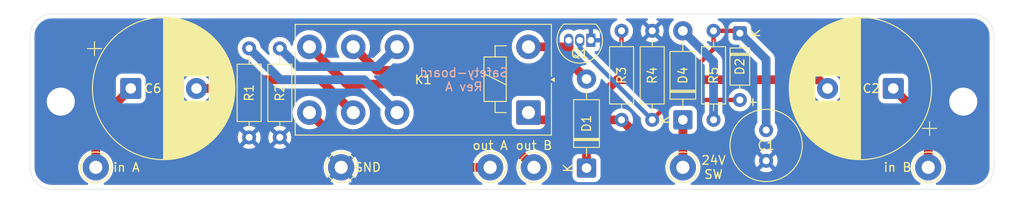
<source format=kicad_pcb>
(kicad_pcb (version 20241229) (generator "pcbnew") (generator_version "9.0")
  (layers (0 "F.Cu" signal) (2 "B.Cu" signal) (13 "F.Paste" user) (15 "B.Paste" user) (5 "F.SilkS" user "F.Silkscreen") (7 "B.SilkS" user "B.Silkscreen") (1 "F.Mask" user) (3 "B.Mask" user) (25 "Edge.Cuts" user))
  (net 0 "")
  (net 1 "GND")
  (net 2 "Net-(D2-K)")
  (net 3 "Net-(C2-Pad2)")
  (net 4 "Net-(J4-Pin_1)")
  (net 5 "Net-(J2-Pin_1)")
  (net 6 "Net-(C6-Pad2)")
  (net 7 "Net-(D1-A)")
  (net 8 "Net-(D1-K)")
  (net 9 "Net-(D4-A)")
  (net 10 "Net-(J8-Pin_1)")
  (net 11 "Net-(J9-Pin_1)")
  (net 12 "Net-(K1-Pad22)")
  (net 13 "Net-(K1-Pad12)")
  (net 14 "Net-(D2-A)")
  (footprint "MountingHole:MountingHole_3.2mm_M3_DIN965_Pad_TopBottom" (layer "F.Cu") (at 201.5 102.5)
    (property "Reference" "H1" (hide yes))
    (property "Value" "MountingHole_Pad")
    (pad "1" thru_hole circle (at 0 0) (size 3.6 3.6) (drill 3.2) (layers "*.Cu" "*.Mask") (net 1 "GND"))
    (pad "1" connect circle (at 0 0) (size 5.6 5.6) (layers "F.Cu" "F.Mask") (net 1 "GND"))
    (pad "1" connect circle (at 0 0) (size 5.6 5.6) (layers "B.Cu" "B.Mask") (net 1 "GND"))
  )
  (footprint "Package_TO_SOT_THT:TO-92_Inline" (layer "F.Cu") (at 159 95.5 180)
    (property "Reference" "Q1" (at 1.27 -1.5 0) (layer "F.SilkS"))
    (property "Value" "2N7000")
    (pad "1" thru_hole rect (at 0 0 180) (size 1.05 1.5) (drill 0.75) (layers "*.Cu" "*.Mask") (net 1 "GND"))
    (pad "2" thru_hole oval (at 1.27 0 180) (size 1.05 1.5) (drill 0.75) (layers "*.Cu" "*.Mask") (net 14 "Net-(D2-A)"))
    (pad "3" thru_hole oval (at 2.54 0 180) (size 1.05 1.5) (drill 0.75) (layers "*.Cu" "*.Mask") (net 7 "Net-(D1-A)"))
  )
  (footprint "TestPoint:TestPoint_THTPad_D3.0mm_Drill1.5mm" (layer "F.Cu") (at 130.5 110)
    (property "Reference" "J6" (hide yes))
    (property "Value" "GND")
    (pad "1" thru_hole circle (at 0 0) (size 3 3) (drill 1.5) (layers "*.Cu" "*.Mask") (net 1 "GND"))
  )
  (footprint "Capacitor_THT:C_Radial_D8.0mm_H11.5mm_P3.50mm" (layer "F.Cu") (at 179 105.75 -90)
    (property "Reference" "C1" (at 1.75 0 180) (layer "F.SilkS"))
    (property "Value" "33u")
    (pad "1" thru_hole circle (at 0 0 270) (size 1.6 1.6) (drill 0.8) (layers "*.Cu" "*.Mask") (net 2 "Net-(D2-K)"))
    (pad "2" thru_hole circle (at 3.5 0 270) (size 1.6 1.6) (drill 0.8) (layers "*.Cu" "*.Mask") (net 1 "GND"))
  )
  (footprint "Diode_THT:D_DO-41_SOD81_P10.16mm_Horizontal" (layer "F.Cu") (at 158.5 110.08 90)
    (property "Reference" "D1" (at 5.08 0 90) (layer "F.SilkS"))
    (property "Value" "1N4001")
    (fp_text user "K" (at 0 -2.1 90) (layer "F.SilkS"))
    (pad "1" thru_hole roundrect (at 0 0 90) (size 2.2 2.2) (drill 1.1) (layers "*.Cu" "*.Mask") (roundrect_rratio 0.113636) (net 8 "Net-(D1-K)"))
    (pad "2" thru_hole circle (at 10.16 0 90) (size 2.2 2.2) (drill 1.1) (layers "*.Cu" "*.Mask") (net 7 "Net-(D1-A)"))
  )
  (footprint "TestPoint:TestPoint_THTPad_D3.0mm_Drill1.5mm" (layer "F.Cu") (at 169.5 110)
    (property "Reference" "J1" (hide yes))
    (property "Value" "24V_switched")
    (pad "1" thru_hole circle (at 0 0) (size 3 3) (drill 1.5) (layers "*.Cu" "*.Mask") (net 8 "Net-(D1-K)"))
  )
  (footprint "Resistor_THT:R_Axial_DIN0207_L6.3mm_D2.5mm_P10.16mm_Horizontal" (layer "F.Cu") (at 123.5 96.42 -90)
    (property "Reference" "R2" (at 5.08 0 90) (layer "F.SilkS"))
    (property "Value" "32")
    (pad "1" thru_hole circle (at 0 0 270) (size 1.6 1.6) (drill 0.8) (layers "*.Cu" "*.Mask") (net 12 "Net-(K1-Pad22)"))
    (pad "2" thru_hole circle (at 10.16 0 270) (size 1.6 1.6) (drill 0.8) (layers "*.Cu" "*.Mask") (net 1 "GND"))
  )
  (footprint "MountingHole:MountingHole_3.2mm_M3_DIN965_Pad_TopBottom" (layer "F.Cu") (at 98.5 102.5)
    (property "Reference" "H2" (hide yes))
    (property "Value" "MountingHole_Pad")
    (pad "1" thru_hole circle (at 0 0) (size 3.6 3.6) (drill 3.2) (layers "*.Cu" "*.Mask") (net 1 "GND"))
    (pad "1" connect circle (at 0 0) (size 5.6 5.6) (layers "F.Cu" "F.Mask") (net 1 "GND"))
    (pad "1" connect circle (at 0 0) (size 5.6 5.6) (layers "B.Cu" "B.Mask") (net 1 "GND"))
  )
  (footprint "Resistor_THT:R_Axial_DIN0207_L6.3mm_D2.5mm_P10.16mm_Horizontal" (layer "F.Cu") (at 120 96.42 -90)
    (property "Reference" "R1" (at 5.08 0 90) (layer "F.SilkS"))
    (property "Value" "32")
    (pad "1" thru_hole circle (at 0 0 270) (size 1.6 1.6) (drill 0.8) (layers "*.Cu" "*.Mask") (net 13 "Net-(K1-Pad12)"))
    (pad "2" thru_hole circle (at 10.16 0 270) (size 1.6 1.6) (drill 0.8) (layers "*.Cu" "*.Mask") (net 1 "GND"))
  )
  (footprint "TestPoint:TestPoint_THTPad_D3.0mm_Drill1.5mm" (layer "F.Cu") (at 102.5 110)
    (property "Reference" "J2" (hide yes))
    (property "Value" "amp_A")
    (pad "1" thru_hole circle (at 0 0) (size 3 3) (drill 1.5) (layers "*.Cu" "*.Mask") (net 5 "Net-(J2-Pin_1)"))
  )
  (footprint "TestPoint:TestPoint_THTPad_D3.0mm_Drill1.5mm" (layer "F.Cu") (at 197.5 110)
    (property "Reference" "J4" (hide yes))
    (property "Value" "amp_B")
    (pad "1" thru_hole circle (at 0 0) (size 3 3) (drill 1.5) (layers "*.Cu" "*.Mask") (net 4 "Net-(J4-Pin_1)"))
  )
  (footprint "Resistor_THT:R_Axial_DIN0207_L6.3mm_D2.5mm_P10.16mm_Horizontal" (layer "F.Cu") (at 162.5 104.58 90)
    (property "Reference" "R3" (at 5.08 0 90) (layer "F.SilkS"))
    (property "Value" "86k")
    (pad "1" thru_hole circle (at 0 0 90) (size 1.6 1.6) (drill 0.8) (layers "*.Cu" "*.Mask") (net 8 "Net-(D1-K)"))
    (pad "2" thru_hole circle (at 10.16 0 90) (size 1.6 1.6) (drill 0.8) (layers "*.Cu" "*.Mask") (net 2 "Net-(D2-K)"))
  )
  (footprint "Diode_THT:D_DO-41_SOD81_P10.16mm_Horizontal" (layer "F.Cu") (at 169.5 104.58 90)
    (property "Reference" "D4" (at 5.08 0 90) (layer "F.SilkS"))
    (property "Value" "1N4001")
    (fp_text user "K" (at 0 -2.1 90) (layer "F.SilkS"))
    (pad "1" thru_hole roundrect (at 0 0 90) (size 2.2 2.2) (drill 1.1) (layers "*.Cu" "*.Mask") (roundrect_rratio 0.113636) (net 8 "Net-(D1-K)"))
    (pad "2" thru_hole circle (at 10.16 0 90) (size 2.2 2.2) (drill 1.1) (layers "*.Cu" "*.Mask") (net 9 "Net-(D4-A)"))
  )
  (footprint "Resistor_THT:R_Axial_DIN0207_L6.3mm_D2.5mm_P10.16mm_Horizontal" (layer "F.Cu") (at 166 94.42 -90)
    (property "Reference" "R4" (at 5.08 0 90) (layer "F.SilkS"))
    (property "Value" "100k")
    (pad "1" thru_hole circle (at 0 0 270) (size 1.6 1.6) (drill 0.8) (layers "*.Cu" "*.Mask") (net 1 "GND"))
    (pad "2" thru_hole circle (at 10.16 0 270) (size 1.6 1.6) (drill 0.8) (layers "*.Cu" "*.Mask") (net 14 "Net-(D2-A)"))
  )
  (footprint "Capacitor_THT:CP_Radial_D16.0mm_P7.50mm" (layer "F.Cu") (at 193.512755 101 180)
    (property "Reference" "C2" (at 2.512755 0 0) (layer "F.SilkS"))
    (property "Value" "3300u")
    (pad "1" thru_hole roundrect (at 0 0 180) (size 2.4 2.4) (drill 1.2) (layers "*.Cu" "*.Mask") (roundrect_rratio 0.104167) (net 4 "Net-(J4-Pin_1)"))
    (pad "2" thru_hole circle (at 7.5 0 180) (size 2.4 2.4) (drill 1.2) (layers "*.Cu" "*.Mask") (net 3 "Net-(C2-Pad2)"))
  )
  (footprint "Diode_THT:D_DO-35_SOD27_P7.62mm_Horizontal" (layer "F.Cu") (at 176 94.69 -90)
    (property "Reference" "D2" (at 3.81 0 90) (layer "F.SilkS"))
    (property "Value" "15V")
    (fp_text user "K" (at 0 -1.8 90) (layer "F.SilkS"))
    (pad "1" thru_hole roundrect (at 0 0 270) (size 1.6 1.6) (drill 0.8) (layers "*.Cu" "*.Mask") (roundrect_rratio 0.15625) (net 2 "Net-(D2-K)"))
    (pad "2" thru_hole circle (at 7.62 0 270) (size 1.6 1.6) (drill 0.8) (layers "*.Cu" "*.Mask") (net 14 "Net-(D2-A)"))
  )
  (footprint "Capacitor_THT:CP_Radial_D16.0mm_P7.50mm" (layer "F.Cu") (at 106.487246 101)
    (property "Reference" "C6" (at 2.512754 0 0) (layer "F.SilkS"))
    (property "Value" "3300u")
    (pad "1" thru_hole roundrect (at 0 0) (size 2.4 2.4) (drill 1.2) (layers "*.Cu" "*.Mask") (roundrect_rratio 0.104167) (net 5 "Net-(J2-Pin_1)"))
    (pad "2" thru_hole circle (at 7.5 0) (size 2.4 2.4) (drill 1.2) (layers "*.Cu" "*.Mask") (net 6 "Net-(C6-Pad2)"))
  )
  (footprint "Resistor_THT:R_Axial_DIN0207_L6.3mm_D2.5mm_P10.16mm_Horizontal" (layer "F.Cu") (at 173 104.58 90)
    (property "Reference" "R5" (at 5.08 0 90) (layer "F.SilkS"))
    (property "Value" "22")
    (pad "1" thru_hole circle (at 0 0 90) (size 1.6 1.6) (drill 0.8) (layers "*.Cu" "*.Mask") (net 9 "Net-(D4-A)"))
    (pad "2" thru_hole circle (at 10.16 0 90) (size 1.6 1.6) (drill 0.8) (layers "*.Cu" "*.Mask") (net 2 "Net-(D2-K)"))
  )
  (footprint "TestPoint:TestPoint_THTPad_D3.0mm_Drill1.5mm" (layer "F.Cu") (at 147.5 110)
    (property "Reference" "J9" (hide yes))
    (property "Value" "out_A")
    (pad "1" thru_hole circle (at 0 0) (size 3 3) (drill 1.5) (layers "*.Cu" "*.Mask") (net 11 "Net-(J9-Pin_1)"))
  )
  (footprint "TestPoint:TestPoint_THTPad_D3.0mm_Drill1.5mm" (layer "F.Cu") (at 152.5 110)
    (property "Reference" "J8" (hide yes))
    (property "Value" "out_B")
    (pad "1" thru_hole circle (at 0 0) (size 3 3) (drill 1.5) (layers "*.Cu" "*.Mask") (net 10 "Net-(J8-Pin_1)"))
  )
  (footprint "Relay_THT:Relay_DPDT_Finder_40.52" (layer "F.Cu") (at 151.877795 103.75 180)
    (property "Reference" "K1" (at 12 3.75 0) (layer "F.SilkS"))
    (property "Value" "FINDER-40.52")
    (pad "11" thru_hole circle (at 20 0 180) (size 2.8 2.8) (drill 1.5) (layers "*.Cu" "*.Mask") (net 6 "Net-(C6-Pad2)"))
    (pad "12" thru_hole circle (at 15 0 180) (size 2.8 2.8) (drill 1.5) (layers "*.Cu" "*.Mask") (net 13 "Net-(K1-Pad12)"))
    (pad "14" thru_hole circle (at 25 0 180) (size 2.8 2.8) (drill 1.5) (layers "*.Cu" "*.Mask") (net 11 "Net-(J9-Pin_1)"))
    (pad "21" thru_hole circle (at 20 7.5 180) (size 2.8 2.8) (drill 1.5) (layers "*.Cu" "*.Mask") (net 3 "Net-(C2-Pad2)"))
    (pad "22" thru_hole circle (at 15 7.5 180) (size 2.8 2.8) (drill 1.5) (layers "*.Cu" "*.Mask") (net 12 "Net-(K1-Pad22)"))
    (pad "24" thru_hole circle (at 25 7.5 180) (size 2.8 2.8) (drill 1.5) (layers "*.Cu" "*.Mask") (net 10 "Net-(J8-Pin_1)"))
    (pad "A1" thru_hole roundrect (at 0 0 180) (size 2.8 2.8) (drill 1.5) (layers "*.Cu" "*.Mask") (roundrect_rratio 0.08928571429) (net 8 "Net-(D1-K)"))
    (pad "A2" thru_hole circle (at 0 7.5 180) (size 2.8 2.8) (drill 1.5) (layers "*.Cu" "*.Mask") (net 7 "Net-(D1-A)"))
  )
  (gr_arc (start 95 95) (mid 95.732233 93.232233) (end 97.5 92.5) (stroke (width 0.05)) (layer "Edge.Cuts"))
  (gr_arc (start 205 110) (mid 204.267767 111.767767) (end 202.5 112.5) (stroke (width 0.05)) (layer "Edge.Cuts"))
  (gr_line (start 202.5 112.5) (end 150 112.5) (stroke (width 0.05)) (layer "Edge.Cuts"))
  (gr_line (start 150 92.5) (end 202.5 92.5) (stroke (width 0.05)) (layer "Edge.Cuts"))
  (gr_line (start 95 95) (end 95 110) (stroke (width 0.05)) (layer "Edge.Cuts"))
  (gr_arc (start 97.5 112.5) (mid 95.732233 111.767767) (end 95 110) (stroke (width 0.05)) (layer "Edge.Cuts"))
  (gr_line (start 205 95) (end 205 110) (stroke (width 0.05)) (layer "Edge.Cuts"))
  (gr_line (start 150 92.5) (end 97.5 92.5) (stroke (width 0.05)) (layer "Edge.Cuts"))
  (gr_line (start 150 112.5) (end 97.5 112.5) (stroke (width 0.05)) (layer "Edge.Cuts"))
  (gr_arc (start 202.5 92.5) (mid 204.267767 93.232233) (end 205 95) (stroke (width 0.05)) (layer "Edge.Cuts"))
  (gr_text "+" (at 177.5 102.5 0) (layer "F.SilkS") (effects (font (size 1 1))))
  (gr_text "out B\n" (at 152.5 107.5 0) (layer "F.SilkS") (effects (font (size 1 1))))
  (gr_text "out A" (at 147.5 107.5 0) (layer "F.SilkS") (effects (font (size 1 1))))
  (gr_text "in A" (at 106 110 0) (layer "F.SilkS") (effects (font (size 1 1))))
  (gr_text "GND" (at 133.5 110 0) (layer "F.SilkS") (effects (font (size 1 1))))
  (gr_text "in B" (at 194 110 0) (layer "F.SilkS") (effects (font (size 1 1))))
  (gr_text "24V\nSW" (at 173 110 0) (layer "F.SilkS") (effects (font (size 1 1))))
  (gr_text "Safety-board\nRev A" (at 144.5 100 0) (layer "B.SilkS") (effects (font (size 1 1)) (justify mirror)))
  (segment (start 175.73 94.42) (end 176 94.69) (width 0.5) (layer "F.Cu") (net 2))
  (segment (start 173 96.5) (end 171.5 98) (width 0.5) (layer "F.Cu") (net 2))
  (segment (start 173 94.42) (end 173 96.5) (width 0.5) (layer "F.Cu") (net 2))
  (segment (start 173 94.42) (end 175.73 94.42) (width 0.5) (layer "F.Cu") (net 2))
  (segment (start 164 98) (end 162.5 96.5) (width 0.5) (layer "F.Cu") (net 2))
  (segment (start 162.5 96.5) (end 162.5 94.42) (width 0.5) (layer "F.Cu") (net 2))
  (segment (start 171.5 98) (end 164 98) (width 0.5) (layer "F.Cu") (net 2))
  (segment (start 179 105.75) (end 179 97.69) (width 1) (layer "B.Cu") (net 2))
  (segment (start 179 97.69) (end 176 94.69) (width 1) (layer "B.Cu") (net 2))
  (segment (start 162 100) (end 185.012755 100) (width 1) (layer "F.Cu") (net 3))
  (segment (start 134.563898 98.936102) (end 138.936102 98.936102) (width 1) (layer "F.Cu") (net 3))
  (segment (start 154.875 100) (end 157.375 102.5) (width 1) (layer "F.Cu") (net 3))
  (segment (start 131.877795 96.25) (end 134.563898 98.936102) (width 1) (layer "F.Cu") (net 3))
  (segment (start 159.5 102.5) (end 162 100) (width 1) (layer "F.Cu") (net 3))
  (segment (start 140 100) (end 154.875 100) (width 1) (layer "F.Cu") (net 3))
  (segment (start 138.936102 98.936102) (end 140 100) (width 1) (layer "F.Cu") (net 3))
  (segment (start 157.375 102.5) (end 159.5 102.5) (width 1) (layer "F.Cu") (net 3))
  (segment (start 185.012755 100) (end 186.012755 101) (width 1) (layer "F.Cu") (net 3))
  (segment (start 197.5 104.987245) (end 193.512755 101) (width 1) (layer "F.Cu") (net 4))
  (segment (start 197.5 110) (end 197.5 104.987245) (width 1) (layer "F.Cu") (net 4))
  (segment (start 102.5 104.987246) (end 106.487246 101) (width 1) (layer "F.Cu") (net 5))
  (segment (start 102.5 110) (end 102.5 104.987246) (width 1) (layer "F.Cu") (net 5))
  (segment (start 128.127795 100) (end 131.877795 103.75) (width 1) (layer "F.Cu") (net 6))
  (segment (start 119 101) (end 120 100) (width 1) (layer "F.Cu") (net 6))
  (segment (start 120 100) (end 128.127795 100) (width 1) (layer "F.Cu") (net 6))
  (segment (start 113.987246 101) (end 119 101) (width 1) (layer "F.Cu") (net 6))
  (segment (start 158.5 99.92) (end 156.5 97.92) (width 1) (layer "F.Cu") (net 7))
  (segment (start 156.5 95.54) (end 156.46 95.5) (width 1) (layer "F.Cu") (net 7))
  (segment (start 156.5 97.92) (end 156.5 96.5) (width 1) (layer "F.Cu") (net 7))
  (segment (start 156.5 96.5) (end 156.5 95.54) (width 1) (layer "F.Cu") (net 7))
  (segment (start 156.25 96.25) (end 156.5 96.5) (width 1) (layer "F.Cu") (net 7))
  (segment (start 151.877795 96.25) (end 156.25 96.25) (width 1) (layer "F.Cu") (net 7))
  (segment (start 158.5 104.58) (end 156.5 104.58) (width 1) (layer "F.Cu") (net 8))
  (segment (start 162.5 104.58) (end 156.5 104.58) (width 1) (layer "F.Cu") (net 8))
  (segment (start 156.5 104.58) (end 152.707795 104.58) (width 1) (layer "F.Cu") (net 8))
  (segment (start 158.5 110.08) (end 158.5 104.58) (width 1) (layer "F.Cu") (net 8))
  (segment (start 162.5 104.58) (end 164.92 107) (width 1) (layer "F.Cu") (net 8))
  (segment (start 169.5 110) (end 169.5 107) (width 1) (layer "F.Cu") (net 8))
  (segment (start 152.707795 104.58) (end 151.877795 103.75) (width 1) (layer "F.Cu") (net 8))
  (segment (start 164.92 107) (end 169.5 107) (width 1) (layer "F.Cu") (net 8))
  (segment (start 169.5 107) (end 169.5 104.58) (width 1) (layer "F.Cu") (net 8))
  (segment (start 173 97.92) (end 169.5 94.42) (width 1) (layer "B.Cu") (net 9))
  (segment (start 173 104.58) (end 173 97.92) (width 1) (layer "B.Cu") (net 9))
  (segment (start 131.127795 100.5) (end 138.5 100.5) (width 1) (layer "F.Cu") (net 10))
  (segment (start 138.5 100.5) (end 144.5 106.5) (width 1) (layer "F.Cu") (net 10))
  (segment (start 144.5 106.5) (end 149 106.5) (width 1) (layer "F.Cu") (net 10))
  (segment (start 149 106.5) (end 152.5 110) (width 1) (layer "F.Cu") (net 10))
  (segment (start 126.877795 96.25) (end 131.127795 100.5) (width 1) (layer "F.Cu") (net 10))
  (segment (start 129.627795 106.5) (end 141.5 106.5) (width 1) (layer "F.Cu") (net 11))
  (segment (start 145 110) (end 147.5 110) (width 1) (layer "F.Cu") (net 11))
  (segment (start 141.5 106.5) (end 145 110) (width 1) (layer "F.Cu") (net 11))
  (segment (start 126.877795 103.75) (end 129.627795 106.5) (width 1) (layer "F.Cu") (net 11))
  (segment (start 134.627795 98.5) (end 136.877795 96.25) (width 1) (layer "B.Cu") (net 12))
  (segment (start 123.5 96.42) (end 125.58 98.5) (width 1) (layer "B.Cu") (net 12))
  (segment (start 125.58 98.5) (end 134.627795 98.5) (width 1) (layer "B.Cu") (net 12))
  (segment (start 123.58 100) (end 133.127795 100) (width 1) (layer "B.Cu") (net 13))
  (segment (start 133.127795 100) (end 136.877795 103.75) (width 1) (layer "B.Cu") (net 13))
  (segment (start 120 96.42) (end 123.58 100) (width 1) (layer "B.Cu") (net 13))
  (segment (start 176 102.31) (end 168.27 102.31) (width 0.5) (layer "F.Cu") (net 14))
  (segment (start 168.27 102.31) (end 166 104.58) (width 0.5) (layer "F.Cu") (net 14))
  (segment (start 157.73 96.31) (end 166 104.58) (width 0.5) (layer "B.Cu") (net 14))
  (segment (start 157.73 95.5) (end 157.73 96.31) (width 0.5) (layer "B.Cu") (net 14))
  (zone (net 1) (net_name "GND") (layer "B.Cu") (connect_pads (clearance 0.5)) (min_thickness 0.25) (fill yes (thermal_gap 0.5) (thermal_bridge_width 0.5))
    (polygon (pts (xy 94.5 92) (xy 205.5 92) (xy 205.5 113) (xy 94.5 112.5)))
  )
)
</source>
